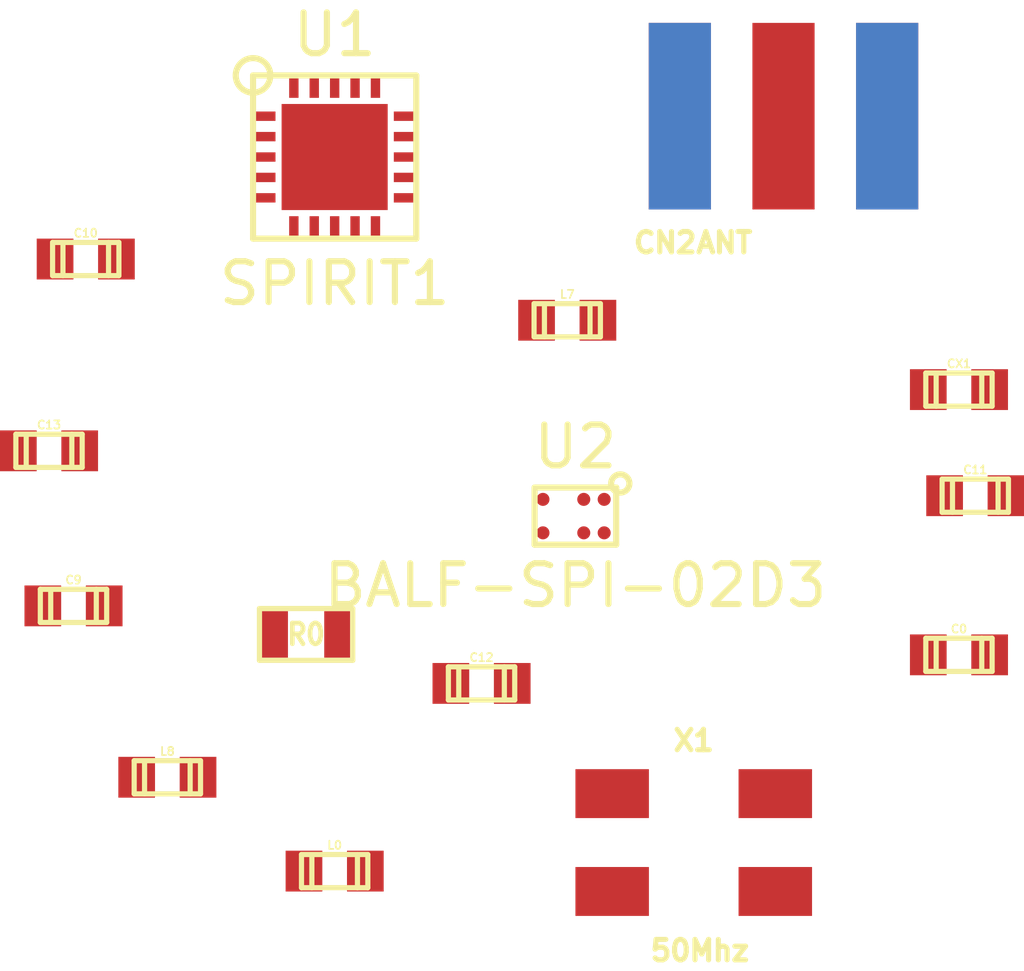
<source format=kicad_pcb>
(kicad_pcb (version 3) (host pcbnew "(22-Jun-2014 BZR 4027)-stable")

  (general
    (links 33)
    (no_connects 31)
    (area 0 0 0 0)
    (thickness 1.6)
    (drawings 0)
    (tracks 0)
    (zones 0)
    (modules 15)
    (nets 21)
  )

  (page A3)
  (layers
    (15 F.Cu signal)
    (0 B.Cu signal)
    (16 B.Adhes user)
    (17 F.Adhes user)
    (18 B.Paste user)
    (19 F.Paste user)
    (20 B.SilkS user)
    (21 F.SilkS user)
    (22 B.Mask user)
    (23 F.Mask user)
    (24 Dwgs.User user)
    (25 Cmts.User user)
    (26 Eco1.User user)
    (27 Eco2.User user)
    (28 Edge.Cuts user)
  )

  (setup
    (last_trace_width 0.254)
    (trace_clearance 0.254)
    (zone_clearance 0.508)
    (zone_45_only no)
    (trace_min 0.254)
    (segment_width 0.2)
    (edge_width 0.1)
    (via_size 0.889)
    (via_drill 0.635)
    (via_min_size 0.889)
    (via_min_drill 0.508)
    (uvia_size 0.508)
    (uvia_drill 0.127)
    (uvias_allowed no)
    (uvia_min_size 0.508)
    (uvia_min_drill 0.127)
    (pcb_text_width 0.3)
    (pcb_text_size 1.5 1.5)
    (mod_edge_width 0.15)
    (mod_text_size 1 1)
    (mod_text_width 0.15)
    (pad_size 0.32 0.32)
    (pad_drill 0)
    (pad_to_mask_clearance 0)
    (aux_axis_origin 0 0)
    (visible_elements FFFFFFBF)
    (pcbplotparams
      (layerselection 3178497)
      (usegerberextensions true)
      (excludeedgelayer true)
      (linewidth 0.150000)
      (plotframeref false)
      (viasonmask false)
      (mode 1)
      (useauxorigin false)
      (hpglpennumber 1)
      (hpglpenspeed 20)
      (hpglpendiameter 15)
      (hpglpenoverlay 2)
      (psnegative false)
      (psa4output false)
      (plotreference true)
      (plotvalue true)
      (plotothertext true)
      (plotinvisibletext false)
      (padsonsilk false)
      (subtractmaskfromsilk false)
      (outputformat 1)
      (mirror false)
      (drillshape 1)
      (scaleselection 1)
      (outputdirectory ""))
  )

  (net 0 "")
  (net 1 GND)
  (net 2 N-0000010)
  (net 3 N-0000011)
  (net 4 N-000002)
  (net 5 N-0000024)
  (net 6 N-0000025)
  (net 7 N-0000026)
  (net 8 N-0000027)
  (net 9 N-0000028)
  (net 10 N-0000029)
  (net 11 N-0000030)
  (net 12 N-0000031)
  (net 13 N-0000032)
  (net 14 N-0000033)
  (net 15 N-0000034)
  (net 16 N-0000035)
  (net 17 N-000007)
  (net 18 N-000008)
  (net 19 N-000009)
  (net 20 VCC)

  (net_class Default "This is the default net class."
    (clearance 0.254)
    (trace_width 0.254)
    (via_dia 0.889)
    (via_drill 0.635)
    (uvia_dia 0.508)
    (uvia_drill 0.127)
    (add_net "")
    (add_net GND)
    (add_net N-0000010)
    (add_net N-0000011)
    (add_net N-000002)
    (add_net N-0000024)
    (add_net N-0000025)
    (add_net N-0000026)
    (add_net N-0000027)
    (add_net N-0000028)
    (add_net N-0000029)
    (add_net N-0000030)
    (add_net N-0000031)
    (add_net N-0000032)
    (add_net N-0000033)
    (add_net N-0000034)
    (add_net N-0000035)
    (add_net N-000007)
    (add_net N-000008)
    (add_net N-000009)
    (add_net VCC)
  )

  (module SPIRIT1_QFN20 (layer F.Cu) (tedit 56097CBB) (tstamp 5609836A)
    (at 120.1 101.7)
    (path /560810DF)
    (solder_mask_margin 0.05)
    (clearance 0.05)
    (fp_text reference U1 (at 0 -3) (layer F.SilkS)
      (effects (font (size 1 1) (thickness 0.15)))
    )
    (fp_text value SPIRIT1 (at 0 3.1) (layer F.SilkS)
      (effects (font (size 1 1) (thickness 0.15)))
    )
    (fp_circle (center -2 -2) (end -1.7 -1.7) (layer F.SilkS) (width 0.15))
    (fp_line (start -2 -2) (end 2 -2) (layer F.SilkS) (width 0.15))
    (fp_line (start 2 -2) (end 2 2) (layer F.SilkS) (width 0.15))
    (fp_line (start 2 2) (end -2 2) (layer F.SilkS) (width 0.15))
    (fp_line (start -2 2) (end -2 -2) (layer F.SilkS) (width 0.15))
    (pad 1 smd rect (at -1.725 -1) (size 0.55 0.23)
      (layers F.Cu F.Paste F.Mask)
    )
    (pad 2 smd rect (at -1.725 -0.5) (size 0.55 0.23)
      (layers F.Cu F.Paste F.Mask)
      (net 3 N-0000011)
    )
    (pad 3 smd rect (at -1.725 0) (size 0.55 0.23)
      (layers F.Cu F.Paste F.Mask)
      (net 2 N-0000010)
    )
    (pad 4 smd rect (at -1.725 0.5) (size 0.55 0.23)
      (layers F.Cu F.Paste F.Mask)
      (net 19 N-000009)
    )
    (pad 5 smd rect (at -1.725 1) (size 0.55 0.23)
      (layers F.Cu F.Paste F.Mask)
      (net 5 N-0000024)
    )
    (pad 6 smd rect (at -1 1.725) (size 0.23 0.55)
      (layers F.Cu F.Paste F.Mask)
      (net 15 N-0000034)
    )
    (pad 7 smd rect (at -0.5 1.725) (size 0.23 0.55)
      (layers F.Cu F.Paste F.Mask)
      (net 16 N-0000035)
    )
    (pad 8 smd rect (at 0 1.725) (size 0.23 0.55)
      (layers F.Cu F.Paste F.Mask)
      (net 20 VCC)
    )
    (pad 9 smd rect (at 0.5 1.725) (size 0.23 0.55)
      (layers F.Cu F.Paste F.Mask)
      (net 9 N-0000028)
    )
    (pad 10 smd rect (at 1 1.725) (size 0.23 0.55)
      (layers F.Cu F.Paste F.Mask)
      (net 10 N-0000029)
    )
    (pad 11 smd rect (at 1.725 1) (size 0.55 0.23)
      (layers F.Cu F.Paste F.Mask)
      (net 7 N-0000026)
    )
    (pad 12 smd rect (at 1.725 0.5) (size 0.55 0.23)
      (layers F.Cu F.Paste F.Mask)
      (net 12 N-0000031)
    )
    (pad 13 smd rect (at 1.725 0) (size 0.55 0.23)
      (layers F.Cu F.Paste F.Mask)
      (net 11 N-0000030)
    )
    (pad 14 smd rect (at 1.725 -0.5) (size 0.55 0.23)
      (layers F.Cu F.Paste F.Mask)
      (net 13 N-0000032)
    )
    (pad 15 smd rect (at 1.725 -1) (size 0.55 0.23)
      (layers F.Cu F.Paste F.Mask)
      (net 17 N-000007)
    )
    (pad 16 smd rect (at 1 -1.725) (size 0.23 0.55)
      (layers F.Cu F.Paste F.Mask)
      (net 20 VCC)
    )
    (pad 17 smd rect (at 0.5 -1.725) (size 0.23 0.55)
      (layers F.Cu F.Paste F.Mask)
      (net 4 N-000002)
    )
    (pad 18 smd rect (at 0 -1.725) (size 0.23 0.55)
      (layers F.Cu F.Paste F.Mask)
      (net 18 N-000008)
    )
    (pad 19 smd rect (at -0.5 -1.725) (size 0.23 0.55)
      (layers F.Cu F.Paste F.Mask)
    )
    (pad 20 smd rect (at -1 -1.725) (size 0.23 0.55)
      (layers F.Cu F.Paste F.Mask)
    )
    (pad 21 smd rect (at 0 0) (size 2.6 2.6)
      (layers F.Cu F.Paste F.Mask)
      (net 1 GND)
    )
  )

  (module SM0603 (layer F.Cu) (tedit 4E43A3D1) (tstamp 56098374)
    (at 119.4 113.4)
    (path /560814CF)
    (attr smd)
    (fp_text reference R0 (at 0 0) (layer F.SilkS)
      (effects (font (size 0.508 0.4572) (thickness 0.1143)))
    )
    (fp_text value R (at 0 0) (layer F.SilkS) hide
      (effects (font (size 0.508 0.4572) (thickness 0.1143)))
    )
    (fp_line (start -1.143 -0.635) (end 1.143 -0.635) (layer F.SilkS) (width 0.127))
    (fp_line (start 1.143 -0.635) (end 1.143 0.635) (layer F.SilkS) (width 0.127))
    (fp_line (start 1.143 0.635) (end -1.143 0.635) (layer F.SilkS) (width 0.127))
    (fp_line (start -1.143 0.635) (end -1.143 -0.635) (layer F.SilkS) (width 0.127))
    (pad 1 smd rect (at -0.762 0) (size 0.635 1.143)
      (layers F.Cu F.Paste F.Mask)
      (net 1 GND)
    )
    (pad 2 smd rect (at 0.762 0) (size 0.635 1.143)
      (layers F.Cu F.Paste F.Mask)
      (net 7 N-0000026)
    )
    (model smd\resistors\R0603.wrl
      (at (xyz 0 0 0.001))
      (scale (xyz 0.5 0.5 0.5))
      (rotate (xyz 0 0 0))
    )
  )

  (module RF_SMA (layer F.Cu) (tedit 547CBFD6) (tstamp 5609837D)
    (at 131.1 103)
    (descr "SSOP 28 pins")
    (tags "CMS SSOP SMD")
    (path /56081457)
    (attr smd)
    (fp_text reference CN2 (at -2.90068 0.8001) (layer F.SilkS)
      (effects (font (size 0.50038 0.50038) (thickness 0.12446)))
    )
    (fp_text value ANT (at -1.45034 0.8001) (layer F.SilkS)
      (effects (font (size 0.50038 0.50038) (thickness 0.12446)))
    )
    (pad 2 smd rect (at 2.54 -2.30124) (size 1.524 4.572)
      (layers F.Cu F.Paste F.Mask)
      (net 1 GND)
      (clearance 0.1778)
    )
    (pad 1 smd rect (at 0 -2.30124) (size 1.524 4.572)
      (layers F.Cu F.Paste F.Mask)
      (net 14 N-0000033)
      (clearance 0.1778)
    )
    (pad 2 smd rect (at -2.54 -2.30124) (size 1.524 4.572)
      (layers F.Cu F.Paste F.Mask)
      (net 1 GND)
      (clearance 0.1778)
    )
    (pad 2 smd rect (at -2.54 -2.30124) (size 1.524 4.572)
      (layers B.Cu F.Paste F.Mask)
      (net 1 GND)
      (clearance 0.1778)
    )
    (pad 2 smd rect (at 2.54 -2.30124) (size 1.524 4.572)
      (layers B.Cu F.Paste F.Mask)
      (net 1 GND)
      (clearance 0.1778)
    )
  )

  (module CRYSTAL-ABM3B (layer F.Cu) (tedit 4F71B39C) (tstamp 56098385)
    (at 128.9 118.5)
    (descr "SSOP 28 pins")
    (tags "CMS SSOP SMD")
    (path /56081515)
    (attr smd)
    (fp_text reference X1 (at 0 -2.49936) (layer F.SilkS)
      (effects (font (size 0.50038 0.50038) (thickness 0.12446)))
    )
    (fp_text value 50Mhz (at 0.14986 2.64922) (layer F.SilkS)
      (effects (font (size 0.50038 0.50038) (thickness 0.12446)))
    )
    (pad 2 smd rect (at 1.99898 -1.19888) (size 1.80086 1.19888)
      (layers F.Cu F.Paste F.Mask)
      (net 16 N-0000035)
      (clearance 0.1778)
    )
    (pad 1 smd rect (at -1.99898 1.19888) (size 1.80086 1.19888)
      (layers F.Cu F.Paste F.Mask)
      (net 15 N-0000034)
      (clearance 0.1778)
    )
    (pad "" smd rect (at -1.99898 -1.19888) (size 1.80086 1.19888)
      (layers F.Cu F.Paste F.Mask)
      (clearance 0.1778)
    )
    (pad "" smd rect (at 1.99898 1.19888) (size 1.80086 1.19888)
      (layers F.Cu F.Paste F.Mask)
      (clearance 0.1778)
    )
    (model smd/cms_soj28.wrl
      (at (xyz 0 0 0))
      (scale (xyz 0.256 0.5 0.25))
      (rotate (xyz 0 0 0))
    )
  )

  (module c_0603 (layer F.Cu) (tedit 490472AA) (tstamp 56098391)
    (at 113.1 108.9)
    (descr "SMT capacitor, 0603")
    (path /56081466)
    (fp_text reference C13 (at 0 -0.635) (layer F.SilkS)
      (effects (font (size 0.20066 0.20066) (thickness 0.04064)))
    )
    (fp_text value 330pF (at 0 0.635) (layer F.SilkS) hide
      (effects (font (size 0.20066 0.20066) (thickness 0.04064)))
    )
    (fp_line (start 0.5588 0.4064) (end 0.5588 -0.4064) (layer F.SilkS) (width 0.127))
    (fp_line (start -0.5588 -0.381) (end -0.5588 0.4064) (layer F.SilkS) (width 0.127))
    (fp_line (start -0.8128 -0.4064) (end 0.8128 -0.4064) (layer F.SilkS) (width 0.127))
    (fp_line (start 0.8128 -0.4064) (end 0.8128 0.4064) (layer F.SilkS) (width 0.127))
    (fp_line (start 0.8128 0.4064) (end -0.8128 0.4064) (layer F.SilkS) (width 0.127))
    (fp_line (start -0.8128 0.4064) (end -0.8128 -0.4064) (layer F.SilkS) (width 0.127))
    (pad 1 smd rect (at 0.75184 0) (size 0.89916 1.00076)
      (layers F.Cu F.Paste F.Mask)
      (net 11 N-0000030)
    )
    (pad 2 smd rect (at -0.75184 0) (size 0.89916 1.00076)
      (layers F.Cu F.Paste F.Mask)
      (net 1 GND)
    )
    (model smd/capacitors/c_0603.wrl
      (at (xyz 0 0 0))
      (scale (xyz 1 1 1))
      (rotate (xyz 0 0 0))
    )
  )

  (module c_0603 (layer F.Cu) (tedit 490472AA) (tstamp 5609839D)
    (at 123.7 114.6)
    (descr "SMT capacitor, 0603")
    (path /56081475)
    (fp_text reference C12 (at 0 -0.635) (layer F.SilkS)
      (effects (font (size 0.20066 0.20066) (thickness 0.04064)))
    )
    (fp_text value 100nF (at 0 0.635) (layer F.SilkS) hide
      (effects (font (size 0.20066 0.20066) (thickness 0.04064)))
    )
    (fp_line (start 0.5588 0.4064) (end 0.5588 -0.4064) (layer F.SilkS) (width 0.127))
    (fp_line (start -0.5588 -0.381) (end -0.5588 0.4064) (layer F.SilkS) (width 0.127))
    (fp_line (start -0.8128 -0.4064) (end 0.8128 -0.4064) (layer F.SilkS) (width 0.127))
    (fp_line (start 0.8128 -0.4064) (end 0.8128 0.4064) (layer F.SilkS) (width 0.127))
    (fp_line (start 0.8128 0.4064) (end -0.8128 0.4064) (layer F.SilkS) (width 0.127))
    (fp_line (start -0.8128 0.4064) (end -0.8128 -0.4064) (layer F.SilkS) (width 0.127))
    (pad 1 smd rect (at 0.75184 0) (size 0.89916 1.00076)
      (layers F.Cu F.Paste F.Mask)
      (net 11 N-0000030)
    )
    (pad 2 smd rect (at -0.75184 0) (size 0.89916 1.00076)
      (layers F.Cu F.Paste F.Mask)
      (net 1 GND)
    )
    (model smd/capacitors/c_0603.wrl
      (at (xyz 0 0 0))
      (scale (xyz 1 1 1))
      (rotate (xyz 0 0 0))
    )
  )

  (module c_0603 (layer F.Cu) (tedit 490472AA) (tstamp 560983A9)
    (at 135.8 110)
    (descr "SMT capacitor, 0603")
    (path /56081484)
    (fp_text reference C11 (at 0 -0.635) (layer F.SilkS)
      (effects (font (size 0.20066 0.20066) (thickness 0.04064)))
    )
    (fp_text value 1uF (at 0 0.635) (layer F.SilkS) hide
      (effects (font (size 0.20066 0.20066) (thickness 0.04064)))
    )
    (fp_line (start 0.5588 0.4064) (end 0.5588 -0.4064) (layer F.SilkS) (width 0.127))
    (fp_line (start -0.5588 -0.381) (end -0.5588 0.4064) (layer F.SilkS) (width 0.127))
    (fp_line (start -0.8128 -0.4064) (end 0.8128 -0.4064) (layer F.SilkS) (width 0.127))
    (fp_line (start 0.8128 -0.4064) (end 0.8128 0.4064) (layer F.SilkS) (width 0.127))
    (fp_line (start 0.8128 0.4064) (end -0.8128 0.4064) (layer F.SilkS) (width 0.127))
    (fp_line (start -0.8128 0.4064) (end -0.8128 -0.4064) (layer F.SilkS) (width 0.127))
    (pad 1 smd rect (at 0.75184 0) (size 0.89916 1.00076)
      (layers F.Cu F.Paste F.Mask)
      (net 11 N-0000030)
    )
    (pad 2 smd rect (at -0.75184 0) (size 0.89916 1.00076)
      (layers F.Cu F.Paste F.Mask)
      (net 1 GND)
    )
    (model smd/capacitors/c_0603.wrl
      (at (xyz 0 0 0))
      (scale (xyz 1 1 1))
      (rotate (xyz 0 0 0))
    )
  )

  (module c_0603 (layer F.Cu) (tedit 490472AA) (tstamp 560983B5)
    (at 135.4 113.9)
    (descr "SMT capacitor, 0603")
    (path /56081493)
    (fp_text reference C0 (at 0 -0.635) (layer F.SilkS)
      (effects (font (size 0.20066 0.20066) (thickness 0.04064)))
    )
    (fp_text value 100nF (at 0 0.635) (layer F.SilkS) hide
      (effects (font (size 0.20066 0.20066) (thickness 0.04064)))
    )
    (fp_line (start 0.5588 0.4064) (end 0.5588 -0.4064) (layer F.SilkS) (width 0.127))
    (fp_line (start -0.5588 -0.381) (end -0.5588 0.4064) (layer F.SilkS) (width 0.127))
    (fp_line (start -0.8128 -0.4064) (end 0.8128 -0.4064) (layer F.SilkS) (width 0.127))
    (fp_line (start 0.8128 -0.4064) (end 0.8128 0.4064) (layer F.SilkS) (width 0.127))
    (fp_line (start 0.8128 0.4064) (end -0.8128 0.4064) (layer F.SilkS) (width 0.127))
    (fp_line (start -0.8128 0.4064) (end -0.8128 -0.4064) (layer F.SilkS) (width 0.127))
    (pad 1 smd rect (at 0.75184 0) (size 0.89916 1.00076)
      (layers F.Cu F.Paste F.Mask)
      (net 4 N-000002)
    )
    (pad 2 smd rect (at -0.75184 0) (size 0.89916 1.00076)
      (layers F.Cu F.Paste F.Mask)
      (net 1 GND)
    )
    (model smd/capacitors/c_0603.wrl
      (at (xyz 0 0 0))
      (scale (xyz 1 1 1))
      (rotate (xyz 0 0 0))
    )
  )

  (module c_0603 (layer F.Cu) (tedit 490472AA) (tstamp 560983C1)
    (at 135.4 107.4)
    (descr "SMT capacitor, 0603")
    (path /560814A2)
    (fp_text reference CX1 (at 0 -0.635) (layer F.SilkS)
      (effects (font (size 0.20066 0.20066) (thickness 0.04064)))
    )
    (fp_text value C (at 0 0.635) (layer F.SilkS) hide
      (effects (font (size 0.20066 0.20066) (thickness 0.04064)))
    )
    (fp_line (start 0.5588 0.4064) (end 0.5588 -0.4064) (layer F.SilkS) (width 0.127))
    (fp_line (start -0.5588 -0.381) (end -0.5588 0.4064) (layer F.SilkS) (width 0.127))
    (fp_line (start -0.8128 -0.4064) (end 0.8128 -0.4064) (layer F.SilkS) (width 0.127))
    (fp_line (start 0.8128 -0.4064) (end 0.8128 0.4064) (layer F.SilkS) (width 0.127))
    (fp_line (start 0.8128 0.4064) (end -0.8128 0.4064) (layer F.SilkS) (width 0.127))
    (fp_line (start -0.8128 0.4064) (end -0.8128 -0.4064) (layer F.SilkS) (width 0.127))
    (pad 1 smd rect (at 0.75184 0) (size 0.89916 1.00076)
      (layers F.Cu F.Paste F.Mask)
      (net 12 N-0000031)
    )
    (pad 2 smd rect (at -0.75184 0) (size 0.89916 1.00076)
      (layers F.Cu F.Paste F.Mask)
      (net 6 N-0000025)
    )
    (model smd/capacitors/c_0603.wrl
      (at (xyz 0 0 0))
      (scale (xyz 1 1 1))
      (rotate (xyz 0 0 0))
    )
  )

  (module c_0603 (layer F.Cu) (tedit 490472AA) (tstamp 560983CD)
    (at 113.7 112.7)
    (descr "SMT capacitor, 0603")
    (path /560814B1)
    (fp_text reference C9 (at 0 -0.635) (layer F.SilkS)
      (effects (font (size 0.20066 0.20066) (thickness 0.04064)))
    )
    (fp_text value 12pF (at 0 0.635) (layer F.SilkS) hide
      (effects (font (size 0.20066 0.20066) (thickness 0.04064)))
    )
    (fp_line (start 0.5588 0.4064) (end 0.5588 -0.4064) (layer F.SilkS) (width 0.127))
    (fp_line (start -0.5588 -0.381) (end -0.5588 0.4064) (layer F.SilkS) (width 0.127))
    (fp_line (start -0.8128 -0.4064) (end 0.8128 -0.4064) (layer F.SilkS) (width 0.127))
    (fp_line (start 0.8128 -0.4064) (end 0.8128 0.4064) (layer F.SilkS) (width 0.127))
    (fp_line (start 0.8128 0.4064) (end -0.8128 0.4064) (layer F.SilkS) (width 0.127))
    (fp_line (start -0.8128 0.4064) (end -0.8128 -0.4064) (layer F.SilkS) (width 0.127))
    (pad 1 smd rect (at 0.75184 0) (size 0.89916 1.00076)
      (layers F.Cu F.Paste F.Mask)
      (net 15 N-0000034)
    )
    (pad 2 smd rect (at -0.75184 0) (size 0.89916 1.00076)
      (layers F.Cu F.Paste F.Mask)
      (net 1 GND)
    )
    (model smd/capacitors/c_0603.wrl
      (at (xyz 0 0 0))
      (scale (xyz 1 1 1))
      (rotate (xyz 0 0 0))
    )
  )

  (module c_0603 (layer F.Cu) (tedit 490472AA) (tstamp 560983D9)
    (at 114 104.2)
    (descr "SMT capacitor, 0603")
    (path /560814C0)
    (fp_text reference C10 (at 0 -0.635) (layer F.SilkS)
      (effects (font (size 0.20066 0.20066) (thickness 0.04064)))
    )
    (fp_text value 10pF (at 0 0.635) (layer F.SilkS) hide
      (effects (font (size 0.20066 0.20066) (thickness 0.04064)))
    )
    (fp_line (start 0.5588 0.4064) (end 0.5588 -0.4064) (layer F.SilkS) (width 0.127))
    (fp_line (start -0.5588 -0.381) (end -0.5588 0.4064) (layer F.SilkS) (width 0.127))
    (fp_line (start -0.8128 -0.4064) (end 0.8128 -0.4064) (layer F.SilkS) (width 0.127))
    (fp_line (start 0.8128 -0.4064) (end 0.8128 0.4064) (layer F.SilkS) (width 0.127))
    (fp_line (start 0.8128 0.4064) (end -0.8128 0.4064) (layer F.SilkS) (width 0.127))
    (fp_line (start -0.8128 0.4064) (end -0.8128 -0.4064) (layer F.SilkS) (width 0.127))
    (pad 1 smd rect (at 0.75184 0) (size 0.89916 1.00076)
      (layers F.Cu F.Paste F.Mask)
      (net 16 N-0000035)
    )
    (pad 2 smd rect (at -0.75184 0) (size 0.89916 1.00076)
      (layers F.Cu F.Paste F.Mask)
      (net 1 GND)
    )
    (model smd/capacitors/c_0603.wrl
      (at (xyz 0 0 0))
      (scale (xyz 1 1 1))
      (rotate (xyz 0 0 0))
    )
  )

  (module c_0603 (layer F.Cu) (tedit 490472AA) (tstamp 560983E5)
    (at 125.8 105.7)
    (descr "SMT capacitor, 0603")
    (path /560814E8)
    (fp_text reference L7 (at 0 -0.635) (layer F.SilkS)
      (effects (font (size 0.20066 0.20066) (thickness 0.04064)))
    )
    (fp_text value 10uH (at 0 0.635) (layer F.SilkS) hide
      (effects (font (size 0.20066 0.20066) (thickness 0.04064)))
    )
    (fp_line (start 0.5588 0.4064) (end 0.5588 -0.4064) (layer F.SilkS) (width 0.127))
    (fp_line (start -0.5588 -0.381) (end -0.5588 0.4064) (layer F.SilkS) (width 0.127))
    (fp_line (start -0.8128 -0.4064) (end 0.8128 -0.4064) (layer F.SilkS) (width 0.127))
    (fp_line (start 0.8128 -0.4064) (end 0.8128 0.4064) (layer F.SilkS) (width 0.127))
    (fp_line (start 0.8128 0.4064) (end -0.8128 0.4064) (layer F.SilkS) (width 0.127))
    (fp_line (start -0.8128 0.4064) (end -0.8128 -0.4064) (layer F.SilkS) (width 0.127))
    (pad 1 smd rect (at 0.75184 0) (size 0.89916 1.00076)
      (layers F.Cu F.Paste F.Mask)
      (net 13 N-0000032)
    )
    (pad 2 smd rect (at -0.75184 0) (size 0.89916 1.00076)
      (layers F.Cu F.Paste F.Mask)
      (net 8 N-0000027)
    )
    (model smd/capacitors/c_0603.wrl
      (at (xyz 0 0 0))
      (scale (xyz 1 1 1))
      (rotate (xyz 0 0 0))
    )
  )

  (module c_0603 (layer F.Cu) (tedit 490472AA) (tstamp 560983F1)
    (at 116 116.9)
    (descr "SMT capacitor, 0603")
    (path /560814F7)
    (fp_text reference L8 (at 0 -0.635) (layer F.SilkS)
      (effects (font (size 0.20066 0.20066) (thickness 0.04064)))
    )
    (fp_text value 100nH (at 0 0.635) (layer F.SilkS) hide
      (effects (font (size 0.20066 0.20066) (thickness 0.04064)))
    )
    (fp_line (start 0.5588 0.4064) (end 0.5588 -0.4064) (layer F.SilkS) (width 0.127))
    (fp_line (start -0.5588 -0.381) (end -0.5588 0.4064) (layer F.SilkS) (width 0.127))
    (fp_line (start -0.8128 -0.4064) (end 0.8128 -0.4064) (layer F.SilkS) (width 0.127))
    (fp_line (start 0.8128 -0.4064) (end 0.8128 0.4064) (layer F.SilkS) (width 0.127))
    (fp_line (start 0.8128 0.4064) (end -0.8128 0.4064) (layer F.SilkS) (width 0.127))
    (fp_line (start -0.8128 0.4064) (end -0.8128 -0.4064) (layer F.SilkS) (width 0.127))
    (pad 1 smd rect (at 0.75184 0) (size 0.89916 1.00076)
      (layers F.Cu F.Paste F.Mask)
      (net 8 N-0000027)
    )
    (pad 2 smd rect (at -0.75184 0) (size 0.89916 1.00076)
      (layers F.Cu F.Paste F.Mask)
      (net 11 N-0000030)
    )
    (model smd/capacitors/c_0603.wrl
      (at (xyz 0 0 0))
      (scale (xyz 1 1 1))
      (rotate (xyz 0 0 0))
    )
  )

  (module c_0603 (layer F.Cu) (tedit 490472AA) (tstamp 560983FD)
    (at 120.1 119.2)
    (descr "SMT capacitor, 0603")
    (path /56081506)
    (fp_text reference L0 (at 0 -0.635) (layer F.SilkS)
      (effects (font (size 0.20066 0.20066) (thickness 0.04064)))
    )
    (fp_text value 150nH (at 0 0.635) (layer F.SilkS) hide
      (effects (font (size 0.20066 0.20066) (thickness 0.04064)))
    )
    (fp_line (start 0.5588 0.4064) (end 0.5588 -0.4064) (layer F.SilkS) (width 0.127))
    (fp_line (start -0.5588 -0.381) (end -0.5588 0.4064) (layer F.SilkS) (width 0.127))
    (fp_line (start -0.8128 -0.4064) (end 0.8128 -0.4064) (layer F.SilkS) (width 0.127))
    (fp_line (start 0.8128 -0.4064) (end 0.8128 0.4064) (layer F.SilkS) (width 0.127))
    (fp_line (start 0.8128 0.4064) (end -0.8128 0.4064) (layer F.SilkS) (width 0.127))
    (fp_line (start -0.8128 0.4064) (end -0.8128 -0.4064) (layer F.SilkS) (width 0.127))
    (pad 1 smd rect (at 0.75184 0) (size 0.89916 1.00076)
      (layers F.Cu F.Paste F.Mask)
      (net 12 N-0000031)
    )
    (pad 2 smd rect (at -0.75184 0) (size 0.89916 1.00076)
      (layers F.Cu F.Paste F.Mask)
      (net 11 N-0000030)
    )
    (model smd/capacitors/c_0603.wrl
      (at (xyz 0 0 0))
      (scale (xyz 1 1 1))
      (rotate (xyz 0 0 0))
    )
  )

  (module BALF_SPI_02D3 (layer F.Cu) (tedit 5609811D) (tstamp 5609840C)
    (at 126 110.5)
    (path /5608142A)
    (solder_paste_margin -0.1)
    (clearance 0.05)
    (fp_text reference U2 (at 0 -1.7) (layer F.SilkS)
      (effects (font (size 1 1) (thickness 0.15)))
    )
    (fp_text value BALF-SPI-02D3 (at 0 1.7) (layer F.SilkS)
      (effects (font (size 1 1) (thickness 0.15)))
    )
    (fp_circle (center 1.1 -0.8) (end 1.3 -0.9) (layer F.SilkS) (width 0.15))
    (fp_line (start -1 0.7) (end 1 0.7) (layer F.SilkS) (width 0.15))
    (fp_line (start 1 0.7) (end 1 -0.7) (layer F.SilkS) (width 0.15))
    (fp_line (start 1 -0.7) (end -1 -0.7) (layer F.SilkS) (width 0.15))
    (fp_line (start -1 -0.7) (end -1 0.7) (layer F.SilkS) (width 0.15))
    (pad A1 smd circle (at 0.705 -0.41) (size 0.32 0.32)
      (layers F.Cu F.Paste F.Mask)
      (net 1 GND)
    )
    (pad A2 smd circle (at 0.705 0.41) (size 0.32 0.32)
      (layers F.Cu F.Paste F.Mask)
      (net 9 N-0000028)
    )
    (pad B1 smd circle (at 0.205 -0.41) (size 0.32 0.32)
      (layers F.Cu F.Paste F.Mask)
      (net 14 N-0000033)
    )
    (pad B2 smd circle (at 0.205 0.41) (size 0.32 0.32)
      (layers F.Cu F.Paste F.Mask)
      (net 10 N-0000029)
    )
    (pad C1 smd circle (at -0.795 -0.41) (size 0.32 0.32)
      (layers F.Cu F.Paste F.Mask)
      (net 1 GND)
    )
    (pad C2 smd circle (at -0.795 0.41) (size 0.32 0.32)
      (layers F.Cu F.Paste F.Mask)
      (net 6 N-0000025)
    )
  )

)

</source>
